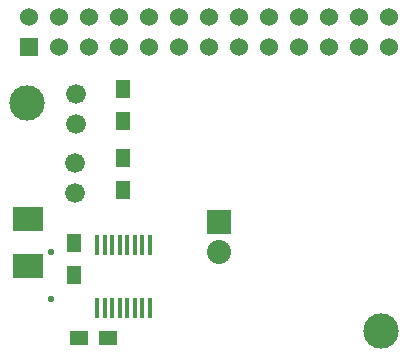
<source format=gts>
G04 #@! TF.FileFunction,Soldermask,Top*
%FSLAX46Y46*%
G04 Gerber Fmt 4.6, Leading zero omitted, Abs format (unit mm)*
G04 Created by KiCad (PCBNEW 4.0.1-stable) date 7/13/2016 10:57:54 AM*
%MOMM*%
G01*
G04 APERTURE LIST*
%ADD10C,0.150000*%
%ADD11R,2.500000X2.000000*%
%ADD12C,3.000000*%
%ADD13R,0.406400X1.651000*%
%ADD14R,1.524000X1.524000*%
%ADD15C,1.524000*%
%ADD16C,1.676400*%
%ADD17R,1.300000X1.500000*%
%ADD18R,1.500000X1.250000*%
%ADD19C,0.550000*%
%ADD20R,2.032000X2.032000*%
%ADD21O,2.032000X2.032000*%
G04 APERTURE END LIST*
D10*
D11*
X139800000Y-96000000D03*
X139800000Y-92000000D03*
D12*
X139778000Y-82144000D03*
X169750000Y-101448000D03*
D13*
X148223500Y-94209000D03*
X147588500Y-94209000D03*
X146953500Y-94209000D03*
X146318500Y-94209000D03*
X150128500Y-99543000D03*
X150128500Y-94209000D03*
X149493500Y-94209000D03*
X148858500Y-94209000D03*
X145683500Y-99543000D03*
X146318500Y-99543000D03*
X146953500Y-99543000D03*
X147588500Y-99543000D03*
X148223500Y-99543000D03*
X148858500Y-99543000D03*
X145683500Y-94209000D03*
X149493500Y-99543000D03*
D14*
X139905000Y-77445000D03*
D15*
X139905000Y-74905000D03*
X142445000Y-77445000D03*
X142445000Y-74905000D03*
X144985000Y-77445000D03*
X144985000Y-74905000D03*
X147525000Y-77445000D03*
X147525000Y-74905000D03*
X150065000Y-77445000D03*
X150065000Y-74905000D03*
X152605000Y-77445000D03*
X152605000Y-74905000D03*
X155145000Y-77445000D03*
X155145000Y-74905000D03*
X157685000Y-77445000D03*
X157685000Y-74905000D03*
X160225000Y-77445000D03*
X160225000Y-74905000D03*
X162765000Y-77445000D03*
X162765000Y-74905000D03*
X165305000Y-77445000D03*
X165305000Y-74905000D03*
X167845000Y-77445000D03*
X167845000Y-74905000D03*
X170385000Y-77445000D03*
X170385000Y-74905000D03*
D16*
X143842000Y-87224000D03*
X143842000Y-89764000D03*
X143880000Y-81380000D03*
X143880000Y-83920000D03*
D17*
X143760000Y-96690000D03*
X143760000Y-93990000D03*
D18*
X146616000Y-102083000D03*
X144116000Y-102083000D03*
D17*
X147906000Y-89526500D03*
X147906000Y-86826500D03*
X147906000Y-83684500D03*
X147906000Y-80984500D03*
D19*
X141805000Y-98740000D03*
X141805000Y-94740000D03*
D20*
X155956000Y-92202000D03*
D21*
X155956000Y-94742000D03*
M02*

</source>
